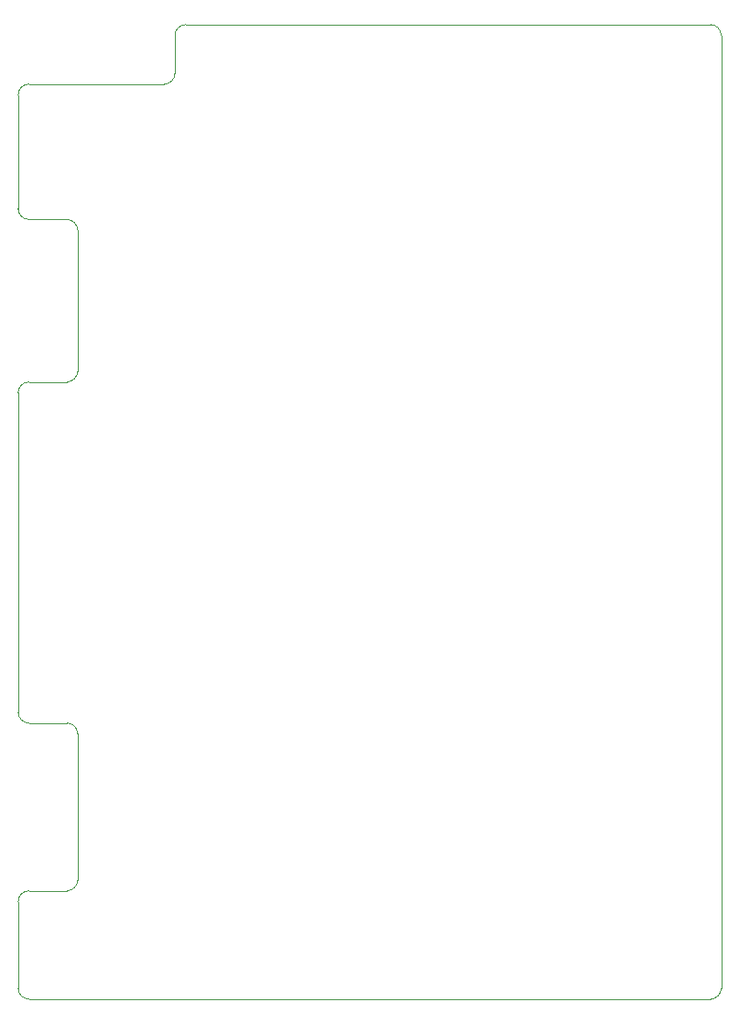
<source format=gm1>
G04*
G04 #@! TF.GenerationSoftware,Altium Limited,Altium Designer,21.0.9 (235)*
G04*
G04 Layer_Color=16711935*
%FSLAX24Y24*%
%MOIN*%
G70*
G04*
G04 #@! TF.SameCoordinates,6C9EA5C6-EB33-49EF-A4A3-CBEC368A9CDE*
G04*
G04*
G04 #@! TF.FilePolarity,Positive*
G04*
G01*
G75*
%ADD111C,0.0039*%
D111*
X1772Y22441D02*
G03*
X2165Y22835I0J394D01*
G01*
X5315Y33268D02*
G03*
X5709Y33661I0J394D01*
G01*
X6102Y35433D02*
G03*
X5709Y35039I0J-394D01*
G01*
X25591Y35039D02*
G03*
X25197Y35433I-394J0D01*
G01*
X394Y22441D02*
G03*
X0Y22047I0J-394D01*
G01*
X2165Y27953D02*
G03*
X1772Y28346I-394J0D01*
G01*
X0Y28740D02*
G03*
X394Y28346I394J0D01*
G01*
X-0Y10433D02*
G03*
X394Y10039I394J0D01*
G01*
X2165Y9646D02*
G03*
X1772Y10039I-394J0D01*
G01*
Y3937D02*
G03*
X2165Y4331I0J394D01*
G01*
X394Y3937D02*
G03*
X0Y3543I0J-394D01*
G01*
X394Y33268D02*
G03*
X0Y32874I0J-394D01*
G01*
X25197Y0D02*
G03*
X25591Y394I0J394D01*
G01*
X0Y394D02*
G03*
X394Y0I394J0D01*
G01*
X2165Y22835D02*
Y27953D01*
X394Y22441D02*
X1772D01*
X5709Y33661D02*
Y35039D01*
X394Y33268D02*
X5315D01*
X6102Y35433D02*
X25197Y35433D01*
X0Y28740D02*
Y32874D01*
X394Y28346D02*
X1772D01*
X-0Y10433D02*
X0Y22047D01*
X394Y10039D02*
X1772D01*
X2165Y9647D02*
X2165Y4330D01*
X394Y3937D02*
X1772D01*
X-0Y394D02*
Y3543D01*
X25591Y35039D02*
X25591Y394D01*
X394Y-0D02*
X25197Y0D01*
M02*

</source>
